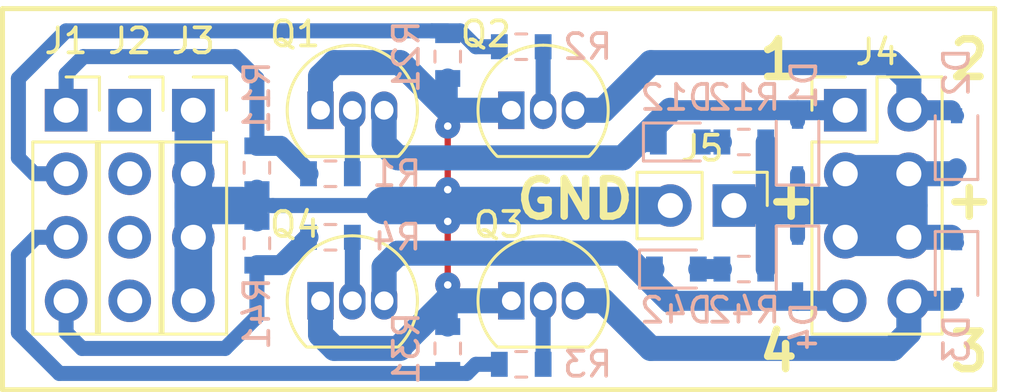
<source format=kicad_pcb>
(kicad_pcb (version 20171130) (host pcbnew 5.0.0-rc2-dev-unknown-e0e0687~62~)

  (general
    (thickness 1.6)
    (drawings 11)
    (tracks 124)
    (zones 0)
    (modules 25)
    (nets 21)
  )

  (page A4)
  (title_block
    (title "RAMPS Fan extender")
  )

  (layers
    (0 F.Cu signal)
    (31 B.Cu signal)
    (32 B.Adhes user)
    (33 F.Adhes user)
    (34 B.Paste user)
    (35 F.Paste user)
    (36 B.SilkS user hide)
    (37 F.SilkS user)
    (38 B.Mask user)
    (39 F.Mask user)
    (40 Dwgs.User user)
    (41 Cmts.User user)
    (42 Eco1.User user)
    (43 Eco2.User user)
    (44 Edge.Cuts user)
    (45 Margin user)
    (46 B.CrtYd user)
    (47 F.CrtYd user)
    (48 B.Fab user hide)
    (49 F.Fab user hide)
  )

  (setup
    (last_trace_width 0.25)
    (user_trace_width 0.6)
    (user_trace_width 0.8)
    (user_trace_width 1)
    (user_trace_width 1.5)
    (trace_clearance 0.2)
    (zone_clearance 0.508)
    (zone_45_only no)
    (trace_min 0.2)
    (segment_width 0.2)
    (edge_width 0.1)
    (via_size 0.8)
    (via_drill 0.4)
    (via_min_size 0.4)
    (via_min_drill 0.3)
    (user_via 1 0.3)
    (uvia_size 0.3)
    (uvia_drill 0.1)
    (uvias_allowed no)
    (uvia_min_size 0.2)
    (uvia_min_drill 0.1)
    (pcb_text_width 0.3)
    (pcb_text_size 1.5 1.5)
    (mod_edge_width 0.15)
    (mod_text_size 1 1)
    (mod_text_width 0.15)
    (pad_size 1.5 1.5)
    (pad_drill 0.6)
    (pad_to_mask_clearance 0)
    (aux_axis_origin 0 0)
    (visible_elements FFFFFF7F)
    (pcbplotparams
      (layerselection 0x010fc_ffffffff)
      (usegerberextensions false)
      (usegerberattributes false)
      (usegerberadvancedattributes false)
      (creategerberjobfile false)
      (excludeedgelayer true)
      (linewidth 0.100000)
      (plotframeref false)
      (viasonmask false)
      (mode 1)
      (useauxorigin false)
      (hpglpennumber 1)
      (hpglpenspeed 20)
      (hpglpendiameter 15)
      (psnegative false)
      (psa4output false)
      (plotreference true)
      (plotvalue true)
      (plotinvisibletext false)
      (padsonsilk false)
      (subtractmaskfromsilk false)
      (outputformat 1)
      (mirror false)
      (drillshape 1)
      (scaleselection 1)
      (outputdirectory ""))
  )

  (net 0 "")
  (net 1 +12V)
  (net 2 /FAN1_OUT)
  (net 3 /FAN2_OUT)
  (net 4 /FAN3_OUT)
  (net 5 /FAN4_OUT)
  (net 6 /FAN1_PWM)
  (net 7 /FAN2_PWM)
  (net 8 /FAN3_PWM)
  (net 9 /FAN4_PWM)
  (net 10 "Net-(J2-Pad1)")
  (net 11 "Net-(J2-Pad2)")
  (net 12 "Net-(J2-Pad3)")
  (net 13 "Net-(J2-Pad4)")
  (net 14 GND)
  (net 15 "Net-(Q1-Pad2)")
  (net 16 "Net-(Q2-Pad2)")
  (net 17 "Net-(Q3-Pad2)")
  (net 18 "Net-(Q4-Pad2)")
  (net 19 "Net-(D12-Pad2)")
  (net 20 "Net-(D42-Pad2)")

  (net_class Default "This is the default net class."
    (clearance 0.2)
    (trace_width 0.25)
    (via_dia 0.8)
    (via_drill 0.4)
    (uvia_dia 0.3)
    (uvia_drill 0.1)
    (add_net +12V)
    (add_net /FAN1_OUT)
    (add_net /FAN1_PWM)
    (add_net /FAN2_OUT)
    (add_net /FAN2_PWM)
    (add_net /FAN3_OUT)
    (add_net /FAN3_PWM)
    (add_net /FAN4_OUT)
    (add_net /FAN4_PWM)
    (add_net GND)
    (add_net "Net-(D12-Pad2)")
    (add_net "Net-(D42-Pad2)")
    (add_net "Net-(J2-Pad1)")
    (add_net "Net-(J2-Pad2)")
    (add_net "Net-(J2-Pad3)")
    (add_net "Net-(J2-Pad4)")
    (add_net "Net-(Q1-Pad2)")
    (add_net "Net-(Q2-Pad2)")
    (add_net "Net-(Q3-Pad2)")
    (add_net "Net-(Q4-Pad2)")
  )

  (net_class My ""
    (clearance 0.25)
    (trace_width 1)
    (via_dia 0.8)
    (via_drill 0.4)
    (uvia_dia 0.3)
    (uvia_drill 0.1)
  )

  (module Diode_SMD:D_SOD-323 (layer B.Cu) (tedit 58641739) (tstamp 5AE1E99A)
    (at 143.51 64.99 90)
    (descr SOD-323)
    (tags SOD-323)
    (path /5ABEACCE)
    (attr smd)
    (fp_text reference D1 (at 2.506 0.254 90) (layer B.SilkS)
      (effects (font (size 1 1) (thickness 0.15)) (justify mirror))
    )
    (fp_text value 1N4148WS (at 0.1 -1.9 90) (layer B.Fab)
      (effects (font (size 1 1) (thickness 0.15)) (justify mirror))
    )
    (fp_text user %R (at 0 1.85 90) (layer B.Fab)
      (effects (font (size 1 1) (thickness 0.15)) (justify mirror))
    )
    (fp_line (start -1.5 0.85) (end -1.5 -0.85) (layer B.SilkS) (width 0.12))
    (fp_line (start 0.2 0) (end 0.45 0) (layer B.Fab) (width 0.1))
    (fp_line (start 0.2 -0.35) (end -0.3 0) (layer B.Fab) (width 0.1))
    (fp_line (start 0.2 0.35) (end 0.2 -0.35) (layer B.Fab) (width 0.1))
    (fp_line (start -0.3 0) (end 0.2 0.35) (layer B.Fab) (width 0.1))
    (fp_line (start -0.3 0) (end -0.5 0) (layer B.Fab) (width 0.1))
    (fp_line (start -0.3 0.35) (end -0.3 -0.35) (layer B.Fab) (width 0.1))
    (fp_line (start -0.9 -0.7) (end -0.9 0.7) (layer B.Fab) (width 0.1))
    (fp_line (start 0.9 -0.7) (end -0.9 -0.7) (layer B.Fab) (width 0.1))
    (fp_line (start 0.9 0.7) (end 0.9 -0.7) (layer B.Fab) (width 0.1))
    (fp_line (start -0.9 0.7) (end 0.9 0.7) (layer B.Fab) (width 0.1))
    (fp_line (start -1.6 0.95) (end 1.6 0.95) (layer B.CrtYd) (width 0.05))
    (fp_line (start 1.6 0.95) (end 1.6 -0.95) (layer B.CrtYd) (width 0.05))
    (fp_line (start -1.6 -0.95) (end 1.6 -0.95) (layer B.CrtYd) (width 0.05))
    (fp_line (start -1.6 0.95) (end -1.6 -0.95) (layer B.CrtYd) (width 0.05))
    (fp_line (start -1.5 -0.85) (end 1.05 -0.85) (layer B.SilkS) (width 0.12))
    (fp_line (start -1.5 0.85) (end 1.05 0.85) (layer B.SilkS) (width 0.12))
    (pad 1 smd rect (at -1.05 0 90) (size 0.6 0.45) (layers B.Cu B.Paste B.Mask)
      (net 1 +12V))
    (pad 2 smd rect (at 1.05 0 90) (size 0.6 0.45) (layers B.Cu B.Paste B.Mask)
      (net 2 /FAN1_OUT))
    (model ${KISYS3DMOD}/Diode_SMD.3dshapes/D_SOD-323.wrl
      (at (xyz 0 0 0))
      (scale (xyz 1 1 1))
      (rotate (xyz 0 0 0))
    )
  )

  (module Diode_SMD:D_SOD-323 (layer B.Cu) (tedit 58641739) (tstamp 5AE1C55A)
    (at 149.86 64.77 90)
    (descr SOD-323)
    (tags SOD-323)
    (path /5ABEB36B)
    (attr smd)
    (fp_text reference D2 (at 2.794 0 90) (layer B.SilkS)
      (effects (font (size 1 1) (thickness 0.15)) (justify mirror))
    )
    (fp_text value 1N4148WS (at 0.1 -1.9 90) (layer B.Fab)
      (effects (font (size 1 1) (thickness 0.15)) (justify mirror))
    )
    (fp_line (start -1.5 0.85) (end 1.05 0.85) (layer B.SilkS) (width 0.12))
    (fp_line (start -1.5 -0.85) (end 1.05 -0.85) (layer B.SilkS) (width 0.12))
    (fp_line (start -1.6 0.95) (end -1.6 -0.95) (layer B.CrtYd) (width 0.05))
    (fp_line (start -1.6 -0.95) (end 1.6 -0.95) (layer B.CrtYd) (width 0.05))
    (fp_line (start 1.6 0.95) (end 1.6 -0.95) (layer B.CrtYd) (width 0.05))
    (fp_line (start -1.6 0.95) (end 1.6 0.95) (layer B.CrtYd) (width 0.05))
    (fp_line (start -0.9 0.7) (end 0.9 0.7) (layer B.Fab) (width 0.1))
    (fp_line (start 0.9 0.7) (end 0.9 -0.7) (layer B.Fab) (width 0.1))
    (fp_line (start 0.9 -0.7) (end -0.9 -0.7) (layer B.Fab) (width 0.1))
    (fp_line (start -0.9 -0.7) (end -0.9 0.7) (layer B.Fab) (width 0.1))
    (fp_line (start -0.3 0.35) (end -0.3 -0.35) (layer B.Fab) (width 0.1))
    (fp_line (start -0.3 0) (end -0.5 0) (layer B.Fab) (width 0.1))
    (fp_line (start -0.3 0) (end 0.2 0.35) (layer B.Fab) (width 0.1))
    (fp_line (start 0.2 0.35) (end 0.2 -0.35) (layer B.Fab) (width 0.1))
    (fp_line (start 0.2 -0.35) (end -0.3 0) (layer B.Fab) (width 0.1))
    (fp_line (start 0.2 0) (end 0.45 0) (layer B.Fab) (width 0.1))
    (fp_line (start -1.5 0.85) (end -1.5 -0.85) (layer B.SilkS) (width 0.12))
    (fp_text user %R (at 0 1.85 90) (layer B.Fab)
      (effects (font (size 1 1) (thickness 0.15)) (justify mirror))
    )
    (pad 2 smd rect (at 1.05 0 90) (size 0.6 0.45) (layers B.Cu B.Paste B.Mask)
      (net 3 /FAN2_OUT))
    (pad 1 smd rect (at -1.05 0 90) (size 0.6 0.45) (layers B.Cu B.Paste B.Mask)
      (net 1 +12V))
    (model ${KISYS3DMOD}/Diode_SMD.3dshapes/D_SOD-323.wrl
      (at (xyz 0 0 0))
      (scale (xyz 1 1 1))
      (rotate (xyz 0 0 0))
    )
  )

  (module Diode_SMD:D_SOD-323 (layer B.Cu) (tedit 58641739) (tstamp 5AE1C572)
    (at 149.86 69.85 270)
    (descr SOD-323)
    (tags SOD-323)
    (path /5ABF041F)
    (attr smd)
    (fp_text reference D3 (at 2.794 0 270) (layer B.SilkS)
      (effects (font (size 1 1) (thickness 0.15)) (justify mirror))
    )
    (fp_text value 1N4148WS (at 0.1 -1.9 270) (layer B.Fab)
      (effects (font (size 1 1) (thickness 0.15)) (justify mirror))
    )
    (fp_text user %R (at 0 1.85 270) (layer B.Fab)
      (effects (font (size 1 1) (thickness 0.15)) (justify mirror))
    )
    (fp_line (start -1.5 0.85) (end -1.5 -0.85) (layer B.SilkS) (width 0.12))
    (fp_line (start 0.2 0) (end 0.45 0) (layer B.Fab) (width 0.1))
    (fp_line (start 0.2 -0.35) (end -0.3 0) (layer B.Fab) (width 0.1))
    (fp_line (start 0.2 0.35) (end 0.2 -0.35) (layer B.Fab) (width 0.1))
    (fp_line (start -0.3 0) (end 0.2 0.35) (layer B.Fab) (width 0.1))
    (fp_line (start -0.3 0) (end -0.5 0) (layer B.Fab) (width 0.1))
    (fp_line (start -0.3 0.35) (end -0.3 -0.35) (layer B.Fab) (width 0.1))
    (fp_line (start -0.9 -0.7) (end -0.9 0.7) (layer B.Fab) (width 0.1))
    (fp_line (start 0.9 -0.7) (end -0.9 -0.7) (layer B.Fab) (width 0.1))
    (fp_line (start 0.9 0.7) (end 0.9 -0.7) (layer B.Fab) (width 0.1))
    (fp_line (start -0.9 0.7) (end 0.9 0.7) (layer B.Fab) (width 0.1))
    (fp_line (start -1.6 0.95) (end 1.6 0.95) (layer B.CrtYd) (width 0.05))
    (fp_line (start 1.6 0.95) (end 1.6 -0.95) (layer B.CrtYd) (width 0.05))
    (fp_line (start -1.6 -0.95) (end 1.6 -0.95) (layer B.CrtYd) (width 0.05))
    (fp_line (start -1.6 0.95) (end -1.6 -0.95) (layer B.CrtYd) (width 0.05))
    (fp_line (start -1.5 -0.85) (end 1.05 -0.85) (layer B.SilkS) (width 0.12))
    (fp_line (start -1.5 0.85) (end 1.05 0.85) (layer B.SilkS) (width 0.12))
    (pad 1 smd rect (at -1.05 0 270) (size 0.6 0.45) (layers B.Cu B.Paste B.Mask)
      (net 1 +12V))
    (pad 2 smd rect (at 1.05 0 270) (size 0.6 0.45) (layers B.Cu B.Paste B.Mask)
      (net 4 /FAN3_OUT))
    (model ${KISYS3DMOD}/Diode_SMD.3dshapes/D_SOD-323.wrl
      (at (xyz 0 0 0))
      (scale (xyz 1 1 1))
      (rotate (xyz 0 0 0))
    )
  )

  (module Diode_SMD:D_SOD-323 (layer B.Cu) (tedit 5ABFB62A) (tstamp 5AE1C58A)
    (at 143.51 69.63 270)
    (descr SOD-323)
    (tags SOD-323)
    (path /5ABF0426)
    (attr smd)
    (fp_text reference D4 (at 2.506 -0.254 270) (layer B.SilkS)
      (effects (font (size 1 1) (thickness 0.15)) (justify mirror))
    )
    (fp_text value 1N4148WS (at 0.1 -1.9 270) (layer B.Fab)
      (effects (font (size 1 1) (thickness 0.15)) (justify mirror))
    )
    (fp_line (start -1.5 0.85) (end 1.05 0.85) (layer B.SilkS) (width 0.12))
    (fp_line (start -1.5 -0.85) (end 1.05 -0.85) (layer B.SilkS) (width 0.12))
    (fp_line (start -1.6 0.95) (end -1.6 -0.95) (layer B.CrtYd) (width 0.05))
    (fp_line (start -1.6 -0.95) (end 1.6 -0.95) (layer B.CrtYd) (width 0.05))
    (fp_line (start 1.6 0.95) (end 1.6 -0.95) (layer B.CrtYd) (width 0.05))
    (fp_line (start -1.6 0.95) (end 1.6 0.95) (layer B.CrtYd) (width 0.05))
    (fp_line (start -0.9 0.7) (end 0.9 0.7) (layer B.Fab) (width 0.1))
    (fp_line (start 0.9 0.7) (end 0.9 -0.7) (layer B.Fab) (width 0.1))
    (fp_line (start 0.9 -0.7) (end -0.9 -0.7) (layer B.Fab) (width 0.1))
    (fp_line (start -0.9 -0.7) (end -0.9 0.7) (layer B.Fab) (width 0.1))
    (fp_line (start -0.3 0.35) (end -0.3 -0.35) (layer B.Fab) (width 0.1))
    (fp_line (start -0.3 0) (end -0.5 0) (layer B.Fab) (width 0.1))
    (fp_line (start -0.3 0) (end 0.2 0.35) (layer B.Fab) (width 0.1))
    (fp_line (start 0.2 0.35) (end 0.2 -0.35) (layer B.Fab) (width 0.1))
    (fp_line (start 0.2 -0.35) (end -0.3 0) (layer B.Fab) (width 0.1))
    (fp_line (start 0.2 0) (end 0.45 0) (layer B.Fab) (width 0.1))
    (fp_line (start -1.5 0.85) (end -1.5 -0.85) (layer B.SilkS) (width 0.12))
    (fp_text user %R (at 0 1.85 270) (layer B.Fab)
      (effects (font (size 1 1) (thickness 0.15)) (justify mirror))
    )
    (pad 2 smd rect (at 1.05 0 270) (size 0.6 0.45) (layers B.Cu B.Paste B.Mask)
      (net 5 /FAN4_OUT))
    (pad 1 smd rect (at -1.05 0 270) (size 0.6 0.45) (layers B.Cu B.Paste B.Mask)
      (net 1 +12V))
    (model ${KISYS3DMOD}/Diode_SMD.3dshapes/D_SOD-323.wrl
      (at (xyz 0 0 0))
      (scale (xyz 1 1 1))
      (rotate (xyz 0 0 0))
    )
  )

  (module Connector_PinSocket_2.54mm:PinSocket_1x04_P2.54mm_Vertical (layer F.Cu) (tedit 5A19A429) (tstamp 5AE1C5A2)
    (at 114.3 63.5)
    (descr "Through hole straight socket strip, 1x04, 2.54mm pitch, single row (from Kicad 4.0.7), script generated")
    (tags "Through hole socket strip THT 1x04 2.54mm single row")
    (path /5AAEDC51)
    (fp_text reference J1 (at 0 -2.77) (layer F.SilkS)
      (effects (font (size 1 1) (thickness 0.15)))
    )
    (fp_text value Conn_01 (at 0 10.39) (layer F.Fab)
      (effects (font (size 1 1) (thickness 0.15)))
    )
    (fp_line (start -1.27 -1.27) (end 0.635 -1.27) (layer F.Fab) (width 0.1))
    (fp_line (start 0.635 -1.27) (end 1.27 -0.635) (layer F.Fab) (width 0.1))
    (fp_line (start 1.27 -0.635) (end 1.27 8.89) (layer F.Fab) (width 0.1))
    (fp_line (start 1.27 8.89) (end -1.27 8.89) (layer F.Fab) (width 0.1))
    (fp_line (start -1.27 8.89) (end -1.27 -1.27) (layer F.Fab) (width 0.1))
    (fp_line (start -1.33 1.27) (end 1.33 1.27) (layer F.SilkS) (width 0.12))
    (fp_line (start -1.33 1.27) (end -1.33 8.95) (layer F.SilkS) (width 0.12))
    (fp_line (start -1.33 8.95) (end 1.33 8.95) (layer F.SilkS) (width 0.12))
    (fp_line (start 1.33 1.27) (end 1.33 8.95) (layer F.SilkS) (width 0.12))
    (fp_line (start 1.33 -1.33) (end 1.33 0) (layer F.SilkS) (width 0.12))
    (fp_line (start 0 -1.33) (end 1.33 -1.33) (layer F.SilkS) (width 0.12))
    (fp_line (start -1.8 -1.8) (end 1.75 -1.8) (layer F.CrtYd) (width 0.05))
    (fp_line (start 1.75 -1.8) (end 1.75 9.4) (layer F.CrtYd) (width 0.05))
    (fp_line (start 1.75 9.4) (end -1.8 9.4) (layer F.CrtYd) (width 0.05))
    (fp_line (start -1.8 9.4) (end -1.8 -1.8) (layer F.CrtYd) (width 0.05))
    (fp_text user %R (at 0 3.81 90) (layer F.Fab)
      (effects (font (size 1 1) (thickness 0.15)))
    )
    (pad 1 thru_hole rect (at 0 0) (size 1.7 1.7) (drill 1) (layers *.Cu *.Mask)
      (net 6 /FAN1_PWM))
    (pad 2 thru_hole oval (at 0 2.54) (size 1.7 1.7) (drill 1) (layers *.Cu *.Mask)
      (net 7 /FAN2_PWM))
    (pad 3 thru_hole oval (at 0 5.08) (size 1.7 1.7) (drill 1) (layers *.Cu *.Mask)
      (net 8 /FAN3_PWM))
    (pad 4 thru_hole oval (at 0 7.62) (size 1.7 1.7) (drill 1) (layers *.Cu *.Mask)
      (net 9 /FAN4_PWM))
    (model ${KISYS3DMOD}/Connector_PinSocket_2.54mm.3dshapes/PinSocket_1x04_P2.54mm_Vertical.wrl
      (at (xyz 0 0 0))
      (scale (xyz 1 1 1))
      (rotate (xyz 0 0 0))
    )
  )

  (module Connector_PinSocket_2.54mm:PinSocket_1x04_P2.54mm_Vertical (layer F.Cu) (tedit 5A19A429) (tstamp 5AE1C5BA)
    (at 116.84 63.5)
    (descr "Through hole straight socket strip, 1x04, 2.54mm pitch, single row (from Kicad 4.0.7), script generated")
    (tags "Through hole socket strip THT 1x04 2.54mm single row")
    (path /5AAEDD15)
    (fp_text reference J2 (at 0 -2.77) (layer F.SilkS)
      (effects (font (size 1 1) (thickness 0.15)))
    )
    (fp_text value Conn_02 (at 0 10.39) (layer F.Fab)
      (effects (font (size 1 1) (thickness 0.15)))
    )
    (fp_line (start -1.27 -1.27) (end 0.635 -1.27) (layer F.Fab) (width 0.1))
    (fp_line (start 0.635 -1.27) (end 1.27 -0.635) (layer F.Fab) (width 0.1))
    (fp_line (start 1.27 -0.635) (end 1.27 8.89) (layer F.Fab) (width 0.1))
    (fp_line (start 1.27 8.89) (end -1.27 8.89) (layer F.Fab) (width 0.1))
    (fp_line (start -1.27 8.89) (end -1.27 -1.27) (layer F.Fab) (width 0.1))
    (fp_line (start -1.33 1.27) (end 1.33 1.27) (layer F.SilkS) (width 0.12))
    (fp_line (start -1.33 1.27) (end -1.33 8.95) (layer F.SilkS) (width 0.12))
    (fp_line (start -1.33 8.95) (end 1.33 8.95) (layer F.SilkS) (width 0.12))
    (fp_line (start 1.33 1.27) (end 1.33 8.95) (layer F.SilkS) (width 0.12))
    (fp_line (start 1.33 -1.33) (end 1.33 0) (layer F.SilkS) (width 0.12))
    (fp_line (start 0 -1.33) (end 1.33 -1.33) (layer F.SilkS) (width 0.12))
    (fp_line (start -1.8 -1.8) (end 1.75 -1.8) (layer F.CrtYd) (width 0.05))
    (fp_line (start 1.75 -1.8) (end 1.75 9.4) (layer F.CrtYd) (width 0.05))
    (fp_line (start 1.75 9.4) (end -1.8 9.4) (layer F.CrtYd) (width 0.05))
    (fp_line (start -1.8 9.4) (end -1.8 -1.8) (layer F.CrtYd) (width 0.05))
    (fp_text user %R (at 0 3.81 90) (layer F.Fab)
      (effects (font (size 1 1) (thickness 0.15)))
    )
    (pad 1 thru_hole rect (at 0 0) (size 1.7 1.7) (drill 1) (layers *.Cu *.Mask)
      (net 10 "Net-(J2-Pad1)"))
    (pad 2 thru_hole oval (at 0 2.54) (size 1.7 1.7) (drill 1) (layers *.Cu *.Mask)
      (net 11 "Net-(J2-Pad2)"))
    (pad 3 thru_hole oval (at 0 5.08) (size 1.7 1.7) (drill 1) (layers *.Cu *.Mask)
      (net 12 "Net-(J2-Pad3)"))
    (pad 4 thru_hole oval (at 0 7.62) (size 1.7 1.7) (drill 1) (layers *.Cu *.Mask)
      (net 13 "Net-(J2-Pad4)"))
    (model ${KISYS3DMOD}/Connector_PinSocket_2.54mm.3dshapes/PinSocket_1x04_P2.54mm_Vertical.wrl
      (at (xyz 0 0 0))
      (scale (xyz 1 1 1))
      (rotate (xyz 0 0 0))
    )
  )

  (module Connector_PinSocket_2.54mm:PinSocket_1x04_P2.54mm_Vertical (layer F.Cu) (tedit 5A19A429) (tstamp 5AE1C5D2)
    (at 119.38 63.5)
    (descr "Through hole straight socket strip, 1x04, 2.54mm pitch, single row (from Kicad 4.0.7), script generated")
    (tags "Through hole socket strip THT 1x04 2.54mm single row")
    (path /5AAEDD5D)
    (fp_text reference J3 (at 0 -2.77) (layer F.SilkS)
      (effects (font (size 1 1) (thickness 0.15)))
    )
    (fp_text value Conn_03 (at 0 10.39) (layer F.Fab)
      (effects (font (size 1 1) (thickness 0.15)))
    )
    (fp_text user %R (at 0 3.81 90) (layer F.Fab)
      (effects (font (size 1 1) (thickness 0.15)))
    )
    (fp_line (start -1.8 9.4) (end -1.8 -1.8) (layer F.CrtYd) (width 0.05))
    (fp_line (start 1.75 9.4) (end -1.8 9.4) (layer F.CrtYd) (width 0.05))
    (fp_line (start 1.75 -1.8) (end 1.75 9.4) (layer F.CrtYd) (width 0.05))
    (fp_line (start -1.8 -1.8) (end 1.75 -1.8) (layer F.CrtYd) (width 0.05))
    (fp_line (start 0 -1.33) (end 1.33 -1.33) (layer F.SilkS) (width 0.12))
    (fp_line (start 1.33 -1.33) (end 1.33 0) (layer F.SilkS) (width 0.12))
    (fp_line (start 1.33 1.27) (end 1.33 8.95) (layer F.SilkS) (width 0.12))
    (fp_line (start -1.33 8.95) (end 1.33 8.95) (layer F.SilkS) (width 0.12))
    (fp_line (start -1.33 1.27) (end -1.33 8.95) (layer F.SilkS) (width 0.12))
    (fp_line (start -1.33 1.27) (end 1.33 1.27) (layer F.SilkS) (width 0.12))
    (fp_line (start -1.27 8.89) (end -1.27 -1.27) (layer F.Fab) (width 0.1))
    (fp_line (start 1.27 8.89) (end -1.27 8.89) (layer F.Fab) (width 0.1))
    (fp_line (start 1.27 -0.635) (end 1.27 8.89) (layer F.Fab) (width 0.1))
    (fp_line (start 0.635 -1.27) (end 1.27 -0.635) (layer F.Fab) (width 0.1))
    (fp_line (start -1.27 -1.27) (end 0.635 -1.27) (layer F.Fab) (width 0.1))
    (pad 4 thru_hole oval (at 0 7.62) (size 1.7 1.7) (drill 1) (layers *.Cu *.Mask)
      (net 14 GND))
    (pad 3 thru_hole oval (at 0 5.08) (size 1.7 1.7) (drill 1) (layers *.Cu *.Mask)
      (net 14 GND))
    (pad 2 thru_hole oval (at 0 2.54) (size 1.7 1.7) (drill 1) (layers *.Cu *.Mask)
      (net 14 GND))
    (pad 1 thru_hole rect (at 0 0) (size 1.7 1.7) (drill 1) (layers *.Cu *.Mask)
      (net 14 GND))
    (model ${KISYS3DMOD}/Connector_PinSocket_2.54mm.3dshapes/PinSocket_1x04_P2.54mm_Vertical.wrl
      (at (xyz 0 0 0))
      (scale (xyz 1 1 1))
      (rotate (xyz 0 0 0))
    )
  )

  (module Connector_PinHeader_2.54mm:PinHeader_2x04_P2.54mm_Vertical (layer F.Cu) (tedit 59FED5CC) (tstamp 5AE1C5F0)
    (at 145.415 63.5)
    (descr "Through hole straight pin header, 2x04, 2.54mm pitch, double rows")
    (tags "Through hole pin header THT 2x04 2.54mm double row")
    (path /5AAEE169)
    (fp_text reference J4 (at 1.27 -2.33) (layer F.SilkS)
      (effects (font (size 1 1) (thickness 0.15)))
    )
    (fp_text value Conn_FANS (at 1.27 9.95) (layer F.Fab)
      (effects (font (size 1 1) (thickness 0.15)))
    )
    (fp_line (start 0 -1.27) (end 3.81 -1.27) (layer F.Fab) (width 0.1))
    (fp_line (start 3.81 -1.27) (end 3.81 8.89) (layer F.Fab) (width 0.1))
    (fp_line (start 3.81 8.89) (end -1.27 8.89) (layer F.Fab) (width 0.1))
    (fp_line (start -1.27 8.89) (end -1.27 0) (layer F.Fab) (width 0.1))
    (fp_line (start -1.27 0) (end 0 -1.27) (layer F.Fab) (width 0.1))
    (fp_line (start -1.33 8.95) (end 3.87 8.95) (layer F.SilkS) (width 0.12))
    (fp_line (start -1.33 1.27) (end -1.33 8.95) (layer F.SilkS) (width 0.12))
    (fp_line (start 3.87 -1.33) (end 3.87 8.95) (layer F.SilkS) (width 0.12))
    (fp_line (start -1.33 1.27) (end 1.27 1.27) (layer F.SilkS) (width 0.12))
    (fp_line (start 1.27 1.27) (end 1.27 -1.33) (layer F.SilkS) (width 0.12))
    (fp_line (start 1.27 -1.33) (end 3.87 -1.33) (layer F.SilkS) (width 0.12))
    (fp_line (start -1.33 0) (end -1.33 -1.33) (layer F.SilkS) (width 0.12))
    (fp_line (start -1.33 -1.33) (end 0 -1.33) (layer F.SilkS) (width 0.12))
    (fp_line (start -1.8 -1.8) (end -1.8 9.4) (layer F.CrtYd) (width 0.05))
    (fp_line (start -1.8 9.4) (end 4.35 9.4) (layer F.CrtYd) (width 0.05))
    (fp_line (start 4.35 9.4) (end 4.35 -1.8) (layer F.CrtYd) (width 0.05))
    (fp_line (start 4.35 -1.8) (end -1.8 -1.8) (layer F.CrtYd) (width 0.05))
    (fp_text user %R (at 1.27 3.81 90) (layer F.Fab)
      (effects (font (size 1 1) (thickness 0.15)))
    )
    (pad 1 thru_hole rect (at 0 0) (size 1.7 1.7) (drill 1) (layers *.Cu *.Mask)
      (net 2 /FAN1_OUT))
    (pad 2 thru_hole oval (at 2.54 0) (size 1.7 1.7) (drill 1) (layers *.Cu *.Mask)
      (net 3 /FAN2_OUT))
    (pad 3 thru_hole oval (at 0 2.54) (size 1.7 1.7) (drill 1) (layers *.Cu *.Mask)
      (net 1 +12V))
    (pad 4 thru_hole oval (at 2.54 2.54) (size 1.7 1.7) (drill 1) (layers *.Cu *.Mask)
      (net 1 +12V))
    (pad 5 thru_hole oval (at 0 5.08) (size 1.7 1.7) (drill 1) (layers *.Cu *.Mask)
      (net 1 +12V))
    (pad 6 thru_hole oval (at 2.54 5.08) (size 1.7 1.7) (drill 1) (layers *.Cu *.Mask)
      (net 1 +12V))
    (pad 7 thru_hole oval (at 0 7.62) (size 1.7 1.7) (drill 1) (layers *.Cu *.Mask)
      (net 5 /FAN4_OUT))
    (pad 8 thru_hole oval (at 2.54 7.62) (size 1.7 1.7) (drill 1) (layers *.Cu *.Mask)
      (net 4 /FAN3_OUT))
    (model ${KISYS3DMOD}/Connector_PinHeader_2.54mm.3dshapes/PinHeader_2x04_P2.54mm_Vertical.wrl
      (at (xyz 0 0 0))
      (scale (xyz 1 1 1))
      (rotate (xyz 0 0 0))
    )
  )

  (module Connector_PinHeader_2.54mm:PinHeader_1x02_P2.54mm_Vertical (layer F.Cu) (tedit 59FED5CC) (tstamp 5AE1C606)
    (at 140.97 67.31 270)
    (descr "Through hole straight pin header, 1x02, 2.54mm pitch, single row")
    (tags "Through hole pin header THT 1x02 2.54mm single row")
    (path /5AC055F9)
    (fp_text reference J5 (at -2.286 1.27) (layer F.SilkS)
      (effects (font (size 1 1) (thickness 0.15)))
    )
    (fp_text value Conn_01x02 (at 0 4.87 270) (layer F.Fab)
      (effects (font (size 1 1) (thickness 0.15)))
    )
    (fp_line (start -0.635 -1.27) (end 1.27 -1.27) (layer F.Fab) (width 0.1))
    (fp_line (start 1.27 -1.27) (end 1.27 3.81) (layer F.Fab) (width 0.1))
    (fp_line (start 1.27 3.81) (end -1.27 3.81) (layer F.Fab) (width 0.1))
    (fp_line (start -1.27 3.81) (end -1.27 -0.635) (layer F.Fab) (width 0.1))
    (fp_line (start -1.27 -0.635) (end -0.635 -1.27) (layer F.Fab) (width 0.1))
    (fp_line (start -1.33 3.87) (end 1.33 3.87) (layer F.SilkS) (width 0.12))
    (fp_line (start -1.33 1.27) (end -1.33 3.87) (layer F.SilkS) (width 0.12))
    (fp_line (start 1.33 1.27) (end 1.33 3.87) (layer F.SilkS) (width 0.12))
    (fp_line (start -1.33 1.27) (end 1.33 1.27) (layer F.SilkS) (width 0.12))
    (fp_line (start -1.33 0) (end -1.33 -1.33) (layer F.SilkS) (width 0.12))
    (fp_line (start -1.33 -1.33) (end 0 -1.33) (layer F.SilkS) (width 0.12))
    (fp_line (start -1.8 -1.8) (end -1.8 4.35) (layer F.CrtYd) (width 0.05))
    (fp_line (start -1.8 4.35) (end 1.8 4.35) (layer F.CrtYd) (width 0.05))
    (fp_line (start 1.8 4.35) (end 1.8 -1.8) (layer F.CrtYd) (width 0.05))
    (fp_line (start 1.8 -1.8) (end -1.8 -1.8) (layer F.CrtYd) (width 0.05))
    (fp_text user %R (at 0 1.27) (layer F.Fab)
      (effects (font (size 1 1) (thickness 0.15)))
    )
    (pad 1 thru_hole rect (at 0 0 270) (size 1.7 1.7) (drill 1) (layers *.Cu *.Mask)
      (net 1 +12V))
    (pad 2 thru_hole oval (at 0 2.54 270) (size 1.7 1.7) (drill 1) (layers *.Cu *.Mask)
      (net 14 GND))
    (model ${KISYS3DMOD}/Connector_PinHeader_2.54mm.3dshapes/PinHeader_1x02_P2.54mm_Vertical.wrl
      (at (xyz 0 0 0))
      (scale (xyz 1 1 1))
      (rotate (xyz 0 0 0))
    )
  )

  (module Package_TO_SOT_THT:TO-92_Inline (layer F.Cu) (tedit 5A1DD157) (tstamp 5AE1C618)
    (at 124.46 63.5)
    (descr "TO-92 leads in-line, narrow, oval pads, drill 0.75mm (see NXP sot054_po.pdf)")
    (tags "to-92 sc-43 sc-43a sot54 PA33 transistor")
    (path /5ABE77D9)
    (fp_text reference Q1 (at -1.016 -3.048) (layer F.SilkS)
      (effects (font (size 1 1) (thickness 0.15)))
    )
    (fp_text value 2N7000 (at 1.27 2.79) (layer F.Fab)
      (effects (font (size 1 1) (thickness 0.15)))
    )
    (fp_text user %R (at 1.27 -3.56) (layer F.Fab)
      (effects (font (size 1 1) (thickness 0.15)))
    )
    (fp_line (start -0.53 1.85) (end 3.07 1.85) (layer F.SilkS) (width 0.12))
    (fp_line (start -0.5 1.75) (end 3 1.75) (layer F.Fab) (width 0.1))
    (fp_line (start -1.46 -2.73) (end 4 -2.73) (layer F.CrtYd) (width 0.05))
    (fp_line (start -1.46 -2.73) (end -1.46 2.01) (layer F.CrtYd) (width 0.05))
    (fp_line (start 4 2.01) (end 4 -2.73) (layer F.CrtYd) (width 0.05))
    (fp_line (start 4 2.01) (end -1.46 2.01) (layer F.CrtYd) (width 0.05))
    (fp_arc (start 1.27 0) (end 1.27 -2.48) (angle 135) (layer F.Fab) (width 0.1))
    (fp_arc (start 1.27 0) (end 1.27 -2.6) (angle -135) (layer F.SilkS) (width 0.12))
    (fp_arc (start 1.27 0) (end 1.27 -2.48) (angle -135) (layer F.Fab) (width 0.1))
    (fp_arc (start 1.27 0) (end 1.27 -2.6) (angle 135) (layer F.SilkS) (width 0.12))
    (pad 2 thru_hole oval (at 1.27 0) (size 1.05 1.5) (drill 0.75) (layers *.Cu *.Mask)
      (net 15 "Net-(Q1-Pad2)"))
    (pad 3 thru_hole oval (at 2.54 0) (size 1.05 1.5) (drill 0.75) (layers *.Cu *.Mask)
      (net 2 /FAN1_OUT))
    (pad 1 thru_hole rect (at 0 0) (size 1.05 1.5) (drill 0.75) (layers *.Cu *.Mask)
      (net 14 GND))
    (model ${KISYS3DMOD}/Package_TO_SOT_THT.3dshapes/TO-92_Inline.wrl
      (at (xyz 0 0 0))
      (scale (xyz 1 1 1))
      (rotate (xyz 0 0 0))
    )
  )

  (module Package_TO_SOT_THT:TO-92_Inline (layer F.Cu) (tedit 5A1DD157) (tstamp 5AE1C62A)
    (at 132.08 63.5)
    (descr "TO-92 leads in-line, narrow, oval pads, drill 0.75mm (see NXP sot054_po.pdf)")
    (tags "to-92 sc-43 sc-43a sot54 PA33 transistor")
    (path /5ABE76A2)
    (fp_text reference Q2 (at -1.016 -3.048) (layer F.SilkS)
      (effects (font (size 1 1) (thickness 0.15)))
    )
    (fp_text value 2N7000 (at 1.27 2.79) (layer F.Fab)
      (effects (font (size 1 1) (thickness 0.15)))
    )
    (fp_arc (start 1.27 0) (end 1.27 -2.6) (angle 135) (layer F.SilkS) (width 0.12))
    (fp_arc (start 1.27 0) (end 1.27 -2.48) (angle -135) (layer F.Fab) (width 0.1))
    (fp_arc (start 1.27 0) (end 1.27 -2.6) (angle -135) (layer F.SilkS) (width 0.12))
    (fp_arc (start 1.27 0) (end 1.27 -2.48) (angle 135) (layer F.Fab) (width 0.1))
    (fp_line (start 4 2.01) (end -1.46 2.01) (layer F.CrtYd) (width 0.05))
    (fp_line (start 4 2.01) (end 4 -2.73) (layer F.CrtYd) (width 0.05))
    (fp_line (start -1.46 -2.73) (end -1.46 2.01) (layer F.CrtYd) (width 0.05))
    (fp_line (start -1.46 -2.73) (end 4 -2.73) (layer F.CrtYd) (width 0.05))
    (fp_line (start -0.5 1.75) (end 3 1.75) (layer F.Fab) (width 0.1))
    (fp_line (start -0.53 1.85) (end 3.07 1.85) (layer F.SilkS) (width 0.12))
    (fp_text user %R (at 1.27 -3.56) (layer F.Fab)
      (effects (font (size 1 1) (thickness 0.15)))
    )
    (pad 1 thru_hole rect (at 0 0) (size 1.05 1.5) (drill 0.75) (layers *.Cu *.Mask)
      (net 14 GND))
    (pad 3 thru_hole oval (at 2.54 0) (size 1.05 1.5) (drill 0.75) (layers *.Cu *.Mask)
      (net 3 /FAN2_OUT))
    (pad 2 thru_hole oval (at 1.27 0) (size 1.05 1.5) (drill 0.75) (layers *.Cu *.Mask)
      (net 16 "Net-(Q2-Pad2)"))
    (model ${KISYS3DMOD}/Package_TO_SOT_THT.3dshapes/TO-92_Inline.wrl
      (at (xyz 0 0 0))
      (scale (xyz 1 1 1))
      (rotate (xyz 0 0 0))
    )
  )

  (module Package_TO_SOT_THT:TO-92_Inline (layer F.Cu) (tedit 5A1DD157) (tstamp 5AE1C63C)
    (at 132.08 71.12)
    (descr "TO-92 leads in-line, narrow, oval pads, drill 0.75mm (see NXP sot054_po.pdf)")
    (tags "to-92 sc-43 sc-43a sot54 PA33 transistor")
    (path /5ABF03FD)
    (fp_text reference Q3 (at -0.508 -3.048) (layer F.SilkS)
      (effects (font (size 1 1) (thickness 0.15)))
    )
    (fp_text value 2N7000 (at 1.27 2.79) (layer F.Fab)
      (effects (font (size 1 1) (thickness 0.15)))
    )
    (fp_arc (start 1.27 0) (end 1.27 -2.6) (angle 135) (layer F.SilkS) (width 0.12))
    (fp_arc (start 1.27 0) (end 1.27 -2.48) (angle -135) (layer F.Fab) (width 0.1))
    (fp_arc (start 1.27 0) (end 1.27 -2.6) (angle -135) (layer F.SilkS) (width 0.12))
    (fp_arc (start 1.27 0) (end 1.27 -2.48) (angle 135) (layer F.Fab) (width 0.1))
    (fp_line (start 4 2.01) (end -1.46 2.01) (layer F.CrtYd) (width 0.05))
    (fp_line (start 4 2.01) (end 4 -2.73) (layer F.CrtYd) (width 0.05))
    (fp_line (start -1.46 -2.73) (end -1.46 2.01) (layer F.CrtYd) (width 0.05))
    (fp_line (start -1.46 -2.73) (end 4 -2.73) (layer F.CrtYd) (width 0.05))
    (fp_line (start -0.5 1.75) (end 3 1.75) (layer F.Fab) (width 0.1))
    (fp_line (start -0.53 1.85) (end 3.07 1.85) (layer F.SilkS) (width 0.12))
    (fp_text user %R (at 1.27 -3.56) (layer F.Fab)
      (effects (font (size 1 1) (thickness 0.15)))
    )
    (pad 1 thru_hole rect (at 0 0) (size 1.05 1.5) (drill 0.75) (layers *.Cu *.Mask)
      (net 14 GND))
    (pad 3 thru_hole oval (at 2.54 0) (size 1.05 1.5) (drill 0.75) (layers *.Cu *.Mask)
      (net 4 /FAN3_OUT))
    (pad 2 thru_hole oval (at 1.27 0) (size 1.05 1.5) (drill 0.75) (layers *.Cu *.Mask)
      (net 17 "Net-(Q3-Pad2)"))
    (model ${KISYS3DMOD}/Package_TO_SOT_THT.3dshapes/TO-92_Inline.wrl
      (at (xyz 0 0 0))
      (scale (xyz 1 1 1))
      (rotate (xyz 0 0 0))
    )
  )

  (module Package_TO_SOT_THT:TO-92_Inline (layer F.Cu) (tedit 5A1DD157) (tstamp 5AE1C64E)
    (at 124.46 71.12)
    (descr "TO-92 leads in-line, narrow, oval pads, drill 0.75mm (see NXP sot054_po.pdf)")
    (tags "to-92 sc-43 sc-43a sot54 PA33 transistor")
    (path /5ABF03F6)
    (fp_text reference Q4 (at -1.016 -3.048) (layer F.SilkS)
      (effects (font (size 1 1) (thickness 0.15)))
    )
    (fp_text value 2N7000 (at 1.27 2.79) (layer F.Fab)
      (effects (font (size 1 1) (thickness 0.15)))
    )
    (fp_text user %R (at 1.27 -3.56) (layer F.Fab)
      (effects (font (size 1 1) (thickness 0.15)))
    )
    (fp_line (start -0.53 1.85) (end 3.07 1.85) (layer F.SilkS) (width 0.12))
    (fp_line (start -0.5 1.75) (end 3 1.75) (layer F.Fab) (width 0.1))
    (fp_line (start -1.46 -2.73) (end 4 -2.73) (layer F.CrtYd) (width 0.05))
    (fp_line (start -1.46 -2.73) (end -1.46 2.01) (layer F.CrtYd) (width 0.05))
    (fp_line (start 4 2.01) (end 4 -2.73) (layer F.CrtYd) (width 0.05))
    (fp_line (start 4 2.01) (end -1.46 2.01) (layer F.CrtYd) (width 0.05))
    (fp_arc (start 1.27 0) (end 1.27 -2.48) (angle 135) (layer F.Fab) (width 0.1))
    (fp_arc (start 1.27 0) (end 1.27 -2.6) (angle -135) (layer F.SilkS) (width 0.12))
    (fp_arc (start 1.27 0) (end 1.27 -2.48) (angle -135) (layer F.Fab) (width 0.1))
    (fp_arc (start 1.27 0) (end 1.27 -2.6) (angle 135) (layer F.SilkS) (width 0.12))
    (pad 2 thru_hole oval (at 1.27 0) (size 1.05 1.5) (drill 0.75) (layers *.Cu *.Mask)
      (net 18 "Net-(Q4-Pad2)"))
    (pad 3 thru_hole oval (at 2.54 0) (size 1.05 1.5) (drill 0.75) (layers *.Cu *.Mask)
      (net 5 /FAN4_OUT))
    (pad 1 thru_hole rect (at 0 0) (size 1.05 1.5) (drill 0.75) (layers *.Cu *.Mask)
      (net 14 GND))
    (model ${KISYS3DMOD}/Package_TO_SOT_THT.3dshapes/TO-92_Inline.wrl
      (at (xyz 0 0 0))
      (scale (xyz 1 1 1))
      (rotate (xyz 0 0 0))
    )
  )

  (module Resistor_SMD:R_0603_1608Metric (layer B.Cu) (tedit 59FE48B8) (tstamp 5AE1EC33)
    (at 124.855 66.04 180)
    (descr "Resistor SMD 0603 (1608 Metric), square (rectangular) end terminal, IPC_7351 nominal, (Body size source: http://www.tortai-tech.com/upload/download/2011102023233369053.pdf), generated with kicad-footprint-generator")
    (tags resistor)
    (path /5AADB8FF)
    (attr smd)
    (fp_text reference R1 (at -2.653 0 180) (layer B.SilkS)
      (effects (font (size 1 1) (thickness 0.15)) (justify mirror))
    )
    (fp_text value 10R (at 0 -1.65 180) (layer B.Fab)
      (effects (font (size 1 1) (thickness 0.15)) (justify mirror))
    )
    (fp_text user %R (at 0 0 180) (layer B.Fab)
      (effects (font (size 0.5 0.5) (thickness 0.08)) (justify mirror))
    )
    (fp_line (start 1.46 -0.75) (end -1.46 -0.75) (layer B.CrtYd) (width 0.05))
    (fp_line (start 1.46 0.75) (end 1.46 -0.75) (layer B.CrtYd) (width 0.05))
    (fp_line (start -1.46 0.75) (end 1.46 0.75) (layer B.CrtYd) (width 0.05))
    (fp_line (start -1.46 -0.75) (end -1.46 0.75) (layer B.CrtYd) (width 0.05))
    (fp_line (start -0.22 -0.51) (end 0.22 -0.51) (layer B.SilkS) (width 0.12))
    (fp_line (start -0.22 0.51) (end 0.22 0.51) (layer B.SilkS) (width 0.12))
    (fp_line (start 0.8 -0.4) (end -0.8 -0.4) (layer B.Fab) (width 0.1))
    (fp_line (start 0.8 0.4) (end 0.8 -0.4) (layer B.Fab) (width 0.1))
    (fp_line (start -0.8 0.4) (end 0.8 0.4) (layer B.Fab) (width 0.1))
    (fp_line (start -0.8 -0.4) (end -0.8 0.4) (layer B.Fab) (width 0.1))
    (pad 2 smd rect (at 0.875 0 180) (size 0.67 1) (layers B.Cu B.Paste B.Mask)
      (net 6 /FAN1_PWM))
    (pad 1 smd rect (at -0.875 0 180) (size 0.67 1) (layers B.Cu B.Paste B.Mask)
      (net 15 "Net-(Q1-Pad2)"))
    (model ${KISYS3DMOD}/Resistor_SMD.3dshapes/R_0603_1608Metric.wrl
      (at (xyz 0 0 0))
      (scale (xyz 1 1 1))
      (rotate (xyz 0 0 0))
    )
  )

  (module Resistor_SMD:R_0603_1608Metric (layer B.Cu) (tedit 59FE48B8) (tstamp 5AE1C670)
    (at 132.475 60.96)
    (descr "Resistor SMD 0603 (1608 Metric), square (rectangular) end terminal, IPC_7351 nominal, (Body size source: http://www.tortai-tech.com/upload/download/2011102023233369053.pdf), generated with kicad-footprint-generator")
    (tags resistor)
    (path /5ABE9F65)
    (attr smd)
    (fp_text reference R2 (at 2.653 0) (layer B.SilkS)
      (effects (font (size 1 1) (thickness 0.15)) (justify mirror))
    )
    (fp_text value 10R (at 0 -1.65) (layer B.Fab)
      (effects (font (size 1 1) (thickness 0.15)) (justify mirror))
    )
    (fp_text user %R (at 0 0) (layer B.Fab)
      (effects (font (size 0.5 0.5) (thickness 0.08)) (justify mirror))
    )
    (fp_line (start 1.46 -0.75) (end -1.46 -0.75) (layer B.CrtYd) (width 0.05))
    (fp_line (start 1.46 0.75) (end 1.46 -0.75) (layer B.CrtYd) (width 0.05))
    (fp_line (start -1.46 0.75) (end 1.46 0.75) (layer B.CrtYd) (width 0.05))
    (fp_line (start -1.46 -0.75) (end -1.46 0.75) (layer B.CrtYd) (width 0.05))
    (fp_line (start -0.22 -0.51) (end 0.22 -0.51) (layer B.SilkS) (width 0.12))
    (fp_line (start -0.22 0.51) (end 0.22 0.51) (layer B.SilkS) (width 0.12))
    (fp_line (start 0.8 -0.4) (end -0.8 -0.4) (layer B.Fab) (width 0.1))
    (fp_line (start 0.8 0.4) (end 0.8 -0.4) (layer B.Fab) (width 0.1))
    (fp_line (start -0.8 0.4) (end 0.8 0.4) (layer B.Fab) (width 0.1))
    (fp_line (start -0.8 -0.4) (end -0.8 0.4) (layer B.Fab) (width 0.1))
    (pad 2 smd rect (at 0.875 0) (size 0.67 1) (layers B.Cu B.Paste B.Mask)
      (net 16 "Net-(Q2-Pad2)"))
    (pad 1 smd rect (at -0.875 0) (size 0.67 1) (layers B.Cu B.Paste B.Mask)
      (net 7 /FAN2_PWM))
    (model ${KISYS3DMOD}/Resistor_SMD.3dshapes/R_0603_1608Metric.wrl
      (at (xyz 0 0 0))
      (scale (xyz 1 1 1))
      (rotate (xyz 0 0 0))
    )
  )

  (module Resistor_SMD:R_0603_1608Metric (layer B.Cu) (tedit 59FE48B8) (tstamp 5AE1C681)
    (at 132.475 73.66 180)
    (descr "Resistor SMD 0603 (1608 Metric), square (rectangular) end terminal, IPC_7351 nominal, (Body size source: http://www.tortai-tech.com/upload/download/2011102023233369053.pdf), generated with kicad-footprint-generator")
    (tags resistor)
    (path /5ABF03E9)
    (attr smd)
    (fp_text reference R3 (at -2.653 0 180) (layer B.SilkS)
      (effects (font (size 1 1) (thickness 0.15)) (justify mirror))
    )
    (fp_text value 10R (at 0 -1.65 180) (layer B.Fab)
      (effects (font (size 1 1) (thickness 0.15)) (justify mirror))
    )
    (fp_text user %R (at 0 0 180) (layer B.Fab)
      (effects (font (size 0.5 0.5) (thickness 0.08)) (justify mirror))
    )
    (fp_line (start 1.46 -0.75) (end -1.46 -0.75) (layer B.CrtYd) (width 0.05))
    (fp_line (start 1.46 0.75) (end 1.46 -0.75) (layer B.CrtYd) (width 0.05))
    (fp_line (start -1.46 0.75) (end 1.46 0.75) (layer B.CrtYd) (width 0.05))
    (fp_line (start -1.46 -0.75) (end -1.46 0.75) (layer B.CrtYd) (width 0.05))
    (fp_line (start -0.22 -0.51) (end 0.22 -0.51) (layer B.SilkS) (width 0.12))
    (fp_line (start -0.22 0.51) (end 0.22 0.51) (layer B.SilkS) (width 0.12))
    (fp_line (start 0.8 -0.4) (end -0.8 -0.4) (layer B.Fab) (width 0.1))
    (fp_line (start 0.8 0.4) (end 0.8 -0.4) (layer B.Fab) (width 0.1))
    (fp_line (start -0.8 0.4) (end 0.8 0.4) (layer B.Fab) (width 0.1))
    (fp_line (start -0.8 -0.4) (end -0.8 0.4) (layer B.Fab) (width 0.1))
    (pad 2 smd rect (at 0.875 0 180) (size 0.67 1) (layers B.Cu B.Paste B.Mask)
      (net 8 /FAN3_PWM))
    (pad 1 smd rect (at -0.875 0 180) (size 0.67 1) (layers B.Cu B.Paste B.Mask)
      (net 17 "Net-(Q3-Pad2)"))
    (model ${KISYS3DMOD}/Resistor_SMD.3dshapes/R_0603_1608Metric.wrl
      (at (xyz 0 0 0))
      (scale (xyz 1 1 1))
      (rotate (xyz 0 0 0))
    )
  )

  (module Resistor_SMD:R_0603_1608Metric (layer B.Cu) (tedit 59FE48B8) (tstamp 5AE1E308)
    (at 124.855 68.58)
    (descr "Resistor SMD 0603 (1608 Metric), square (rectangular) end terminal, IPC_7351 nominal, (Body size source: http://www.tortai-tech.com/upload/download/2011102023233369053.pdf), generated with kicad-footprint-generator")
    (tags resistor)
    (path /5ABF0409)
    (attr smd)
    (fp_text reference R4 (at 2.653 0) (layer B.SilkS)
      (effects (font (size 1 1) (thickness 0.15)) (justify mirror))
    )
    (fp_text value 10R (at 0 -1.65) (layer B.Fab)
      (effects (font (size 1 1) (thickness 0.15)) (justify mirror))
    )
    (fp_line (start -0.8 -0.4) (end -0.8 0.4) (layer B.Fab) (width 0.1))
    (fp_line (start -0.8 0.4) (end 0.8 0.4) (layer B.Fab) (width 0.1))
    (fp_line (start 0.8 0.4) (end 0.8 -0.4) (layer B.Fab) (width 0.1))
    (fp_line (start 0.8 -0.4) (end -0.8 -0.4) (layer B.Fab) (width 0.1))
    (fp_line (start -0.22 0.51) (end 0.22 0.51) (layer B.SilkS) (width 0.12))
    (fp_line (start -0.22 -0.51) (end 0.22 -0.51) (layer B.SilkS) (width 0.12))
    (fp_line (start -1.46 -0.75) (end -1.46 0.75) (layer B.CrtYd) (width 0.05))
    (fp_line (start -1.46 0.75) (end 1.46 0.75) (layer B.CrtYd) (width 0.05))
    (fp_line (start 1.46 0.75) (end 1.46 -0.75) (layer B.CrtYd) (width 0.05))
    (fp_line (start 1.46 -0.75) (end -1.46 -0.75) (layer B.CrtYd) (width 0.05))
    (fp_text user %R (at 0 0) (layer B.Fab)
      (effects (font (size 0.5 0.5) (thickness 0.08)) (justify mirror))
    )
    (pad 1 smd rect (at -0.875 0) (size 0.67 1) (layers B.Cu B.Paste B.Mask)
      (net 9 /FAN4_PWM))
    (pad 2 smd rect (at 0.875 0) (size 0.67 1) (layers B.Cu B.Paste B.Mask)
      (net 18 "Net-(Q4-Pad2)"))
    (model ${KISYS3DMOD}/Resistor_SMD.3dshapes/R_0603_1608Metric.wrl
      (at (xyz 0 0 0))
      (scale (xyz 1 1 1))
      (rotate (xyz 0 0 0))
    )
  )

  (module Resistor_SMD:R_0603_1608Metric (layer B.Cu) (tedit 59FE48B8) (tstamp 5AE1C6A3)
    (at 121.92 65.8 90)
    (descr "Resistor SMD 0603 (1608 Metric), square (rectangular) end terminal, IPC_7351 nominal, (Body size source: http://www.tortai-tech.com/upload/download/2011102023233369053.pdf), generated with kicad-footprint-generator")
    (tags resistor)
    (path /5ABEA0C2)
    (attr smd)
    (fp_text reference R11 (at 2.808 0 90) (layer B.SilkS)
      (effects (font (size 1 1) (thickness 0.15)) (justify mirror))
    )
    (fp_text value 100K (at 0 -1.65 90) (layer B.Fab)
      (effects (font (size 1 1) (thickness 0.15)) (justify mirror))
    )
    (fp_line (start -0.8 -0.4) (end -0.8 0.4) (layer B.Fab) (width 0.1))
    (fp_line (start -0.8 0.4) (end 0.8 0.4) (layer B.Fab) (width 0.1))
    (fp_line (start 0.8 0.4) (end 0.8 -0.4) (layer B.Fab) (width 0.1))
    (fp_line (start 0.8 -0.4) (end -0.8 -0.4) (layer B.Fab) (width 0.1))
    (fp_line (start -0.22 0.51) (end 0.22 0.51) (layer B.SilkS) (width 0.12))
    (fp_line (start -0.22 -0.51) (end 0.22 -0.51) (layer B.SilkS) (width 0.12))
    (fp_line (start -1.46 -0.75) (end -1.46 0.75) (layer B.CrtYd) (width 0.05))
    (fp_line (start -1.46 0.75) (end 1.46 0.75) (layer B.CrtYd) (width 0.05))
    (fp_line (start 1.46 0.75) (end 1.46 -0.75) (layer B.CrtYd) (width 0.05))
    (fp_line (start 1.46 -0.75) (end -1.46 -0.75) (layer B.CrtYd) (width 0.05))
    (fp_text user %R (at 0 0 90) (layer B.Fab)
      (effects (font (size 0.5 0.5) (thickness 0.08)) (justify mirror))
    )
    (pad 1 smd rect (at -0.875 0 90) (size 0.67 1) (layers B.Cu B.Paste B.Mask)
      (net 14 GND))
    (pad 2 smd rect (at 0.875 0 90) (size 0.67 1) (layers B.Cu B.Paste B.Mask)
      (net 6 /FAN1_PWM))
    (model ${KISYS3DMOD}/Resistor_SMD.3dshapes/R_0603_1608Metric.wrl
      (at (xyz 0 0 0))
      (scale (xyz 1 1 1))
      (rotate (xyz 0 0 0))
    )
  )

  (module Resistor_SMD:R_0603_1608Metric (layer B.Cu) (tedit 59FE48B8) (tstamp 5AE1C6B4)
    (at 129.54 61.355 270)
    (descr "Resistor SMD 0603 (1608 Metric), square (rectangular) end terminal, IPC_7351 nominal, (Body size source: http://www.tortai-tech.com/upload/download/2011102023233369053.pdf), generated with kicad-footprint-generator")
    (tags resistor)
    (path /5ABEBC8A)
    (attr smd)
    (fp_text reference R21 (at 0 1.65 270) (layer B.SilkS)
      (effects (font (size 1 1) (thickness 0.15)) (justify mirror))
    )
    (fp_text value 100K (at 0 -1.65 270) (layer B.Fab)
      (effects (font (size 1 1) (thickness 0.15)) (justify mirror))
    )
    (fp_line (start -0.8 -0.4) (end -0.8 0.4) (layer B.Fab) (width 0.1))
    (fp_line (start -0.8 0.4) (end 0.8 0.4) (layer B.Fab) (width 0.1))
    (fp_line (start 0.8 0.4) (end 0.8 -0.4) (layer B.Fab) (width 0.1))
    (fp_line (start 0.8 -0.4) (end -0.8 -0.4) (layer B.Fab) (width 0.1))
    (fp_line (start -0.22 0.51) (end 0.22 0.51) (layer B.SilkS) (width 0.12))
    (fp_line (start -0.22 -0.51) (end 0.22 -0.51) (layer B.SilkS) (width 0.12))
    (fp_line (start -1.46 -0.75) (end -1.46 0.75) (layer B.CrtYd) (width 0.05))
    (fp_line (start -1.46 0.75) (end 1.46 0.75) (layer B.CrtYd) (width 0.05))
    (fp_line (start 1.46 0.75) (end 1.46 -0.75) (layer B.CrtYd) (width 0.05))
    (fp_line (start 1.46 -0.75) (end -1.46 -0.75) (layer B.CrtYd) (width 0.05))
    (fp_text user %R (at 0 0 270) (layer B.Fab)
      (effects (font (size 0.5 0.5) (thickness 0.08)) (justify mirror))
    )
    (pad 1 smd rect (at -0.875 0 270) (size 0.67 1) (layers B.Cu B.Paste B.Mask)
      (net 7 /FAN2_PWM))
    (pad 2 smd rect (at 0.875 0 270) (size 0.67 1) (layers B.Cu B.Paste B.Mask)
      (net 14 GND))
    (model ${KISYS3DMOD}/Resistor_SMD.3dshapes/R_0603_1608Metric.wrl
      (at (xyz 0 0 0))
      (scale (xyz 1 1 1))
      (rotate (xyz 0 0 0))
    )
  )

  (module Resistor_SMD:R_0603_1608Metric (layer B.Cu) (tedit 59FE48B8) (tstamp 5AE1C6C5)
    (at 129.54 73.025 270)
    (descr "Resistor SMD 0603 (1608 Metric), square (rectangular) end terminal, IPC_7351 nominal, (Body size source: http://www.tortai-tech.com/upload/download/2011102023233369053.pdf), generated with kicad-footprint-generator")
    (tags resistor)
    (path /5ABF0410)
    (attr smd)
    (fp_text reference R31 (at 0 1.65 270) (layer B.SilkS)
      (effects (font (size 1 1) (thickness 0.15)) (justify mirror))
    )
    (fp_text value 100K (at 0 -1.65 270) (layer B.Fab)
      (effects (font (size 1 1) (thickness 0.15)) (justify mirror))
    )
    (fp_text user %R (at 0 0 270) (layer B.Fab)
      (effects (font (size 0.5 0.5) (thickness 0.08)) (justify mirror))
    )
    (fp_line (start 1.46 -0.75) (end -1.46 -0.75) (layer B.CrtYd) (width 0.05))
    (fp_line (start 1.46 0.75) (end 1.46 -0.75) (layer B.CrtYd) (width 0.05))
    (fp_line (start -1.46 0.75) (end 1.46 0.75) (layer B.CrtYd) (width 0.05))
    (fp_line (start -1.46 -0.75) (end -1.46 0.75) (layer B.CrtYd) (width 0.05))
    (fp_line (start -0.22 -0.51) (end 0.22 -0.51) (layer B.SilkS) (width 0.12))
    (fp_line (start -0.22 0.51) (end 0.22 0.51) (layer B.SilkS) (width 0.12))
    (fp_line (start 0.8 -0.4) (end -0.8 -0.4) (layer B.Fab) (width 0.1))
    (fp_line (start 0.8 0.4) (end 0.8 -0.4) (layer B.Fab) (width 0.1))
    (fp_line (start -0.8 0.4) (end 0.8 0.4) (layer B.Fab) (width 0.1))
    (fp_line (start -0.8 -0.4) (end -0.8 0.4) (layer B.Fab) (width 0.1))
    (pad 2 smd rect (at 0.875 0 270) (size 0.67 1) (layers B.Cu B.Paste B.Mask)
      (net 8 /FAN3_PWM))
    (pad 1 smd rect (at -0.875 0 270) (size 0.67 1) (layers B.Cu B.Paste B.Mask)
      (net 14 GND))
    (model ${KISYS3DMOD}/Resistor_SMD.3dshapes/R_0603_1608Metric.wrl
      (at (xyz 0 0 0))
      (scale (xyz 1 1 1))
      (rotate (xyz 0 0 0))
    )
  )

  (module Resistor_SMD:R_0603_1608Metric (layer B.Cu) (tedit 59FE48B8) (tstamp 5AE1EB8F)
    (at 121.92 68.82 90)
    (descr "Resistor SMD 0603 (1608 Metric), square (rectangular) end terminal, IPC_7351 nominal, (Body size source: http://www.tortai-tech.com/upload/download/2011102023233369053.pdf), generated with kicad-footprint-generator")
    (tags resistor)
    (path /5ABF043D)
    (attr smd)
    (fp_text reference R41 (at -2.808 0 90) (layer B.SilkS)
      (effects (font (size 1 1) (thickness 0.15)) (justify mirror))
    )
    (fp_text value 100K (at 0 -1.65 90) (layer B.Fab)
      (effects (font (size 1 1) (thickness 0.15)) (justify mirror))
    )
    (fp_line (start -0.8 -0.4) (end -0.8 0.4) (layer B.Fab) (width 0.1))
    (fp_line (start -0.8 0.4) (end 0.8 0.4) (layer B.Fab) (width 0.1))
    (fp_line (start 0.8 0.4) (end 0.8 -0.4) (layer B.Fab) (width 0.1))
    (fp_line (start 0.8 -0.4) (end -0.8 -0.4) (layer B.Fab) (width 0.1))
    (fp_line (start -0.22 0.51) (end 0.22 0.51) (layer B.SilkS) (width 0.12))
    (fp_line (start -0.22 -0.51) (end 0.22 -0.51) (layer B.SilkS) (width 0.12))
    (fp_line (start -1.46 -0.75) (end -1.46 0.75) (layer B.CrtYd) (width 0.05))
    (fp_line (start -1.46 0.75) (end 1.46 0.75) (layer B.CrtYd) (width 0.05))
    (fp_line (start 1.46 0.75) (end 1.46 -0.75) (layer B.CrtYd) (width 0.05))
    (fp_line (start 1.46 -0.75) (end -1.46 -0.75) (layer B.CrtYd) (width 0.05))
    (fp_text user %R (at 0 0 90) (layer B.Fab)
      (effects (font (size 0.5 0.5) (thickness 0.08)) (justify mirror))
    )
    (pad 1 smd rect (at -0.875 0 90) (size 0.67 1) (layers B.Cu B.Paste B.Mask)
      (net 9 /FAN4_PWM))
    (pad 2 smd rect (at 0.875 0 90) (size 0.67 1) (layers B.Cu B.Paste B.Mask)
      (net 14 GND))
    (model ${KISYS3DMOD}/Resistor_SMD.3dshapes/R_0603_1608Metric.wrl
      (at (xyz 0 0 0))
      (scale (xyz 1 1 1))
      (rotate (xyz 0 0 0))
    )
  )

  (module Resistor_SMD:R_0603_1608Metric (layer B.Cu) (tedit 59FE48B8) (tstamp 5AE1F24A)
    (at 141.365 64.77)
    (descr "Resistor SMD 0603 (1608 Metric), square (rectangular) end terminal, IPC_7351 nominal, (Body size source: http://www.tortai-tech.com/upload/download/2011102023233369053.pdf), generated with kicad-footprint-generator")
    (tags resistor)
    (path /5AC18825)
    (attr smd)
    (fp_text reference R12 (at 0 -1.778) (layer B.SilkS)
      (effects (font (size 1 1) (thickness 0.15)) (justify mirror))
    )
    (fp_text value 2K (at 0 -1.65) (layer B.Fab)
      (effects (font (size 1 1) (thickness 0.15)) (justify mirror))
    )
    (fp_line (start -0.8 -0.4) (end -0.8 0.4) (layer B.Fab) (width 0.1))
    (fp_line (start -0.8 0.4) (end 0.8 0.4) (layer B.Fab) (width 0.1))
    (fp_line (start 0.8 0.4) (end 0.8 -0.4) (layer B.Fab) (width 0.1))
    (fp_line (start 0.8 -0.4) (end -0.8 -0.4) (layer B.Fab) (width 0.1))
    (fp_line (start -0.22 0.51) (end 0.22 0.51) (layer B.SilkS) (width 0.12))
    (fp_line (start -0.22 -0.51) (end 0.22 -0.51) (layer B.SilkS) (width 0.12))
    (fp_line (start -1.46 -0.75) (end -1.46 0.75) (layer B.CrtYd) (width 0.05))
    (fp_line (start -1.46 0.75) (end 1.46 0.75) (layer B.CrtYd) (width 0.05))
    (fp_line (start 1.46 0.75) (end 1.46 -0.75) (layer B.CrtYd) (width 0.05))
    (fp_line (start 1.46 -0.75) (end -1.46 -0.75) (layer B.CrtYd) (width 0.05))
    (fp_text user %R (at 0 0) (layer B.Fab)
      (effects (font (size 0.5 0.5) (thickness 0.08)) (justify mirror))
    )
    (pad 1 smd rect (at -0.875 0) (size 0.67 1) (layers B.Cu B.Paste B.Mask)
      (net 19 "Net-(D12-Pad2)"))
    (pad 2 smd rect (at 0.875 0) (size 0.67 1) (layers B.Cu B.Paste B.Mask)
      (net 1 +12V))
    (model ${KISYS3DMOD}/Resistor_SMD.3dshapes/R_0603_1608Metric.wrl
      (at (xyz 0 0 0))
      (scale (xyz 1 1 1))
      (rotate (xyz 0 0 0))
    )
  )

  (module Resistor_SMD:R_0603_1608Metric (layer B.Cu) (tedit 59FE48B8) (tstamp 5AED4165)
    (at 141.365 69.85)
    (descr "Resistor SMD 0603 (1608 Metric), square (rectangular) end terminal, IPC_7351 nominal, (Body size source: http://www.tortai-tech.com/upload/download/2011102023233369053.pdf), generated with kicad-footprint-generator")
    (tags resistor)
    (path /5AC0F981)
    (attr smd)
    (fp_text reference R42 (at 0 1.65) (layer B.SilkS)
      (effects (font (size 1 1) (thickness 0.15)) (justify mirror))
    )
    (fp_text value 2K (at 0 -1.65) (layer B.Fab)
      (effects (font (size 1 1) (thickness 0.15)) (justify mirror))
    )
    (fp_text user %R (at 0 0) (layer B.Fab)
      (effects (font (size 0.5 0.5) (thickness 0.08)) (justify mirror))
    )
    (fp_line (start 1.46 -0.75) (end -1.46 -0.75) (layer B.CrtYd) (width 0.05))
    (fp_line (start 1.46 0.75) (end 1.46 -0.75) (layer B.CrtYd) (width 0.05))
    (fp_line (start -1.46 0.75) (end 1.46 0.75) (layer B.CrtYd) (width 0.05))
    (fp_line (start -1.46 -0.75) (end -1.46 0.75) (layer B.CrtYd) (width 0.05))
    (fp_line (start -0.22 -0.51) (end 0.22 -0.51) (layer B.SilkS) (width 0.12))
    (fp_line (start -0.22 0.51) (end 0.22 0.51) (layer B.SilkS) (width 0.12))
    (fp_line (start 0.8 -0.4) (end -0.8 -0.4) (layer B.Fab) (width 0.1))
    (fp_line (start 0.8 0.4) (end 0.8 -0.4) (layer B.Fab) (width 0.1))
    (fp_line (start -0.8 0.4) (end 0.8 0.4) (layer B.Fab) (width 0.1))
    (fp_line (start -0.8 -0.4) (end -0.8 0.4) (layer B.Fab) (width 0.1))
    (pad 2 smd rect (at 0.875 0) (size 0.67 1) (layers B.Cu B.Paste B.Mask)
      (net 1 +12V))
    (pad 1 smd rect (at -0.875 0) (size 0.67 1) (layers B.Cu B.Paste B.Mask)
      (net 20 "Net-(D42-Pad2)"))
    (model ${KISYS3DMOD}/Resistor_SMD.3dshapes/R_0603_1608Metric.wrl
      (at (xyz 0 0 0))
      (scale (xyz 1 1 1))
      (rotate (xyz 0 0 0))
    )
  )

  (module LED_SMD:LED_0603_1608Metric (layer B.Cu) (tedit 5A00A67C) (tstamp 5AED40BF)
    (at 138.825 64.77)
    (descr "LED SMD 0603 (1608 Metric), square (rectangular) end terminal, IPC_7351 nominal, (Body size source: http://www.tortai-tech.com/upload/download/2011102023233369053.pdf), generated with kicad-footprint-generator")
    (tags diode)
    (path /5AC1881E)
    (attr smd)
    (fp_text reference D12 (at -0.141 -1.778) (layer B.SilkS)
      (effects (font (size 1 1) (thickness 0.15)) (justify mirror))
    )
    (fp_text value LED (at 0 -1.65) (layer B.Fab)
      (effects (font (size 1 1) (thickness 0.15)) (justify mirror))
    )
    (fp_line (start 0.8 0.4) (end -0.5 0.4) (layer B.Fab) (width 0.1))
    (fp_line (start -0.5 0.4) (end -0.8 0.1) (layer B.Fab) (width 0.1))
    (fp_line (start -0.8 0.1) (end -0.8 -0.4) (layer B.Fab) (width 0.1))
    (fp_line (start -0.8 -0.4) (end 0.8 -0.4) (layer B.Fab) (width 0.1))
    (fp_line (start 0.8 -0.4) (end 0.8 0.4) (layer B.Fab) (width 0.1))
    (fp_line (start 0.8 0.76) (end -1.47 0.76) (layer B.SilkS) (width 0.12))
    (fp_line (start -1.47 0.76) (end -1.47 -0.76) (layer B.SilkS) (width 0.12))
    (fp_line (start -1.47 -0.76) (end 0.8 -0.76) (layer B.SilkS) (width 0.12))
    (fp_line (start -1.46 -0.75) (end -1.46 0.75) (layer B.CrtYd) (width 0.05))
    (fp_line (start -1.46 0.75) (end 1.46 0.75) (layer B.CrtYd) (width 0.05))
    (fp_line (start 1.46 0.75) (end 1.46 -0.75) (layer B.CrtYd) (width 0.05))
    (fp_line (start 1.46 -0.75) (end -1.46 -0.75) (layer B.CrtYd) (width 0.05))
    (fp_text user %R (at 0 0) (layer B.Fab)
      (effects (font (size 0.5 0.5) (thickness 0.08)) (justify mirror))
    )
    (pad 1 smd rect (at -0.875 0) (size 0.67 1) (layers B.Cu B.Paste B.Mask)
      (net 2 /FAN1_OUT))
    (pad 2 smd rect (at 0.875 0) (size 0.67 1) (layers B.Cu B.Paste B.Mask)
      (net 19 "Net-(D12-Pad2)"))
    (model ${KISYS3DMOD}/LED_SMD.3dshapes/LED_0603_1608Metric.wrl
      (at (xyz 0 0 0))
      (scale (xyz 1 1 1))
      (rotate (xyz 0 0 0))
    )
  )

  (module LED_SMD:LED_0603_1608Metric (layer B.Cu) (tedit 5A00A67C) (tstamp 5AED3E15)
    (at 138.67 69.85)
    (descr "LED SMD 0603 (1608 Metric), square (rectangular) end terminal, IPC_7351 nominal, (Body size source: http://www.tortai-tech.com/upload/download/2011102023233369053.pdf), generated with kicad-footprint-generator")
    (tags diode)
    (path /5AC0F8D4)
    (attr smd)
    (fp_text reference D42 (at 0 1.65) (layer B.SilkS)
      (effects (font (size 1 1) (thickness 0.15)) (justify mirror))
    )
    (fp_text value LED (at 0 -1.65) (layer B.Fab)
      (effects (font (size 1 1) (thickness 0.15)) (justify mirror))
    )
    (fp_text user %R (at 0 0) (layer B.Fab)
      (effects (font (size 0.5 0.5) (thickness 0.08)) (justify mirror))
    )
    (fp_line (start 1.46 -0.75) (end -1.46 -0.75) (layer B.CrtYd) (width 0.05))
    (fp_line (start 1.46 0.75) (end 1.46 -0.75) (layer B.CrtYd) (width 0.05))
    (fp_line (start -1.46 0.75) (end 1.46 0.75) (layer B.CrtYd) (width 0.05))
    (fp_line (start -1.46 -0.75) (end -1.46 0.75) (layer B.CrtYd) (width 0.05))
    (fp_line (start -1.47 -0.76) (end 0.8 -0.76) (layer B.SilkS) (width 0.12))
    (fp_line (start -1.47 0.76) (end -1.47 -0.76) (layer B.SilkS) (width 0.12))
    (fp_line (start 0.8 0.76) (end -1.47 0.76) (layer B.SilkS) (width 0.12))
    (fp_line (start 0.8 -0.4) (end 0.8 0.4) (layer B.Fab) (width 0.1))
    (fp_line (start -0.8 -0.4) (end 0.8 -0.4) (layer B.Fab) (width 0.1))
    (fp_line (start -0.8 0.1) (end -0.8 -0.4) (layer B.Fab) (width 0.1))
    (fp_line (start -0.5 0.4) (end -0.8 0.1) (layer B.Fab) (width 0.1))
    (fp_line (start 0.8 0.4) (end -0.5 0.4) (layer B.Fab) (width 0.1))
    (pad 2 smd rect (at 0.875 0) (size 0.67 1) (layers B.Cu B.Paste B.Mask)
      (net 20 "Net-(D42-Pad2)"))
    (pad 1 smd rect (at -0.875 0) (size 0.67 1) (layers B.Cu B.Paste B.Mask)
      (net 5 /FAN4_OUT))
    (model ${KISYS3DMOD}/LED_SMD.3dshapes/LED_0603_1608Metric.wrl
      (at (xyz 0 0 0))
      (scale (xyz 1 1 1))
      (rotate (xyz 0 0 0))
    )
  )

  (gr_text GND (at 134.62 67.056) (layer F.SilkS)
    (effects (font (size 1.5 1.5) (thickness 0.3)))
  )
  (gr_text + (at 143.256 67.056) (layer F.SilkS)
    (effects (font (size 1.5 1.5) (thickness 0.3)))
  )
  (gr_text + (at 150.368 67.056) (layer F.SilkS)
    (effects (font (size 1.5 1.5) (thickness 0.3)))
  )
  (gr_text 3 (at 150.368 73.152) (layer F.SilkS)
    (effects (font (size 1.5 1.5) (thickness 0.3)))
  )
  (gr_text 4 (at 142.748 73.152) (layer F.SilkS)
    (effects (font (size 1.5 1.5) (thickness 0.3)))
  )
  (gr_text 2 (at 150.368 61.468) (layer F.SilkS)
    (effects (font (size 1.5 1.5) (thickness 0.3)))
  )
  (gr_text 1 (at 142.748 61.468) (layer F.SilkS)
    (effects (font (size 1.5 1.5) (thickness 0.3)))
  )
  (gr_line (start 111.76 74.676) (end 111.76 59.436) (layer F.SilkS) (width 0.2))
  (gr_line (start 151.384 59.436) (end 111.76 59.436) (layer F.SilkS) (width 0.2))
  (gr_line (start 151.384 74.676) (end 151.384 59.436) (layer F.SilkS) (width 0.2))
  (gr_line (start 111.76 74.676) (end 151.384 74.676) (layer F.SilkS) (width 0.2))

  (segment (start 129.54 67.945) (end 129.54 70.485) (width 0.25) (layer F.Cu) (net 0))
  (segment (start 129.54 64.135) (end 129.54 66.675) (width 0.25) (layer F.Cu) (net 0))
  (via (at 129.54 70.485) (size 1) (drill 0.3) (layers F.Cu B.Cu) (net 0))
  (via (at 129.54 64.135) (size 1) (drill 0.3) (layers F.Cu B.Cu) (net 0))
  (via (at 129.54 67.945) (size 1) (drill 0.3) (layers F.Cu B.Cu) (net 0))
  (via (at 129.54 66.675) (size 1) (drill 0.3) (layers F.Cu B.Cu) (net 0))
  (segment (start 144.145 67.31) (end 146.05 67.31) (width 1.5) (layer B.Cu) (net 1))
  (segment (start 146.05 67.31) (end 147.955 67.31) (width 1.5) (layer B.Cu) (net 1))
  (segment (start 147.955 66.04) (end 146.685 67.31) (width 0.25) (layer B.Cu) (net 1))
  (segment (start 146.685 67.31) (end 146.05 67.31) (width 0.25) (layer B.Cu) (net 1))
  (segment (start 147.955 66.04) (end 147.955 68.58) (width 1.5) (layer B.Cu) (net 1))
  (segment (start 140.97 67.31) (end 142.875 67.31) (width 1.5) (layer B.Cu) (net 1))
  (segment (start 142.24 66.675) (end 142.875 67.31) (width 0.25) (layer B.Cu) (net 1))
  (segment (start 142.875 67.31) (end 144.145 67.31) (width 1.5) (layer B.Cu) (net 1))
  (segment (start 142.24 64.77) (end 142.24 66.675) (width 0.25) (layer B.Cu) (net 1))
  (segment (start 143.51 66.04) (end 143.51 66.675) (width 0.25) (layer B.Cu) (net 1))
  (segment (start 143.51 66.675) (end 144.145 67.31) (width 0.25) (layer B.Cu) (net 1))
  (segment (start 142.24 69.85) (end 142.24 64.77) (width 0.8) (layer B.Cu) (net 1))
  (segment (start 149.86 65.82) (end 149.64 66.04) (width 0.8) (layer B.Cu) (net 1))
  (segment (start 147.955 68.58) (end 149.64 68.58) (width 1) (layer B.Cu) (net 1))
  (segment (start 147.955 66.04) (end 149.64 66.04) (width 1) (layer B.Cu) (net 1))
  (segment (start 143.51 66.04) (end 143.51 68.58) (width 0.6) (layer B.Cu) (net 1))
  (segment (start 149.64 68.58) (end 149.86 68.8) (width 0.6) (layer B.Cu) (net 1))
  (segment (start 145.415 68.58) (end 147.955 68.58) (width 1.5) (layer B.Cu) (net 1))
  (segment (start 147.955 66.04) (end 145.415 66.04) (width 1.5) (layer B.Cu) (net 1))
  (segment (start 137.795 64.77) (end 137.16 64.77) (width 0.8) (layer B.Cu) (net 2))
  (segment (start 145.415 63.5) (end 143.51 63.5) (width 0.8) (layer B.Cu) (net 2))
  (segment (start 143.51 63.5) (end 138.43 63.5) (width 0.8) (layer B.Cu) (net 2))
  (segment (start 143.51 63.94) (end 143.51 63.5) (width 0.6) (layer B.Cu) (net 2))
  (segment (start 138.43 63.5) (end 137.16 64.77) (width 1) (layer B.Cu) (net 2))
  (segment (start 137.16 64.77) (end 136.525 65.405) (width 1) (layer B.Cu) (net 2))
  (segment (start 136.525 65.405) (end 127.555 65.405) (width 1) (layer B.Cu) (net 2))
  (segment (start 127.555 65.405) (end 127 64.85) (width 1) (layer B.Cu) (net 2))
  (segment (start 127 64.85) (end 127 63.5) (width 1) (layer B.Cu) (net 2))
  (segment (start 147.252081 61.595) (end 137.65 61.595) (width 1) (layer B.Cu) (net 3))
  (segment (start 137.65 61.595) (end 135.745 63.5) (width 1) (layer B.Cu) (net 3))
  (segment (start 135.745 63.5) (end 134.62 63.5) (width 1) (layer B.Cu) (net 3))
  (segment (start 147.955 63.5) (end 147.955 62.297919) (width 1) (layer B.Cu) (net 3))
  (segment (start 147.955 62.297919) (end 147.252081 61.595) (width 1) (layer B.Cu) (net 3))
  (segment (start 147.955 63.5) (end 149.64 63.5) (width 0.8) (layer B.Cu) (net 3))
  (segment (start 149.64 63.5) (end 149.86 63.72) (width 0.6) (layer B.Cu) (net 3))
  (segment (start 137.65 73.025) (end 147.32 73.025) (width 1) (layer B.Cu) (net 4))
  (segment (start 147.32 73.025) (end 147.955 72.39) (width 1) (layer B.Cu) (net 4))
  (segment (start 134.62 71.12) (end 135.745 71.12) (width 1) (layer B.Cu) (net 4))
  (segment (start 135.745 71.12) (end 137.65 73.025) (width 1) (layer B.Cu) (net 4))
  (segment (start 147.955 71.12) (end 147.955 72.39) (width 1) (layer B.Cu) (net 4))
  (segment (start 147.955 71.12) (end 149.64 71.12) (width 0.8) (layer B.Cu) (net 4))
  (segment (start 149.64 71.12) (end 149.86 70.9) (width 0.6) (layer B.Cu) (net 4))
  (segment (start 144.145 71.12) (end 143.51 71.12) (width 0.8) (layer B.Cu) (net 5))
  (segment (start 143.51 71.12) (end 138.43 71.12) (width 0.8) (layer B.Cu) (net 5))
  (segment (start 143.51 70.68) (end 143.51 71.12) (width 0.25) (layer B.Cu) (net 5))
  (segment (start 145.415 71.12) (end 144.145 71.12) (width 0.8) (layer B.Cu) (net 5))
  (segment (start 138.43 71.12) (end 137.16 69.85) (width 1) (layer B.Cu) (net 5))
  (segment (start 137.16 69.85) (end 136.525 69.215) (width 1) (layer B.Cu) (net 5))
  (segment (start 137.795 69.85) (end 137.16 69.85) (width 0.8) (layer B.Cu) (net 5))
  (segment (start 127 69.77) (end 127 71.12) (width 1) (layer B.Cu) (net 5))
  (segment (start 136.525 69.215) (end 127.555 69.215) (width 1) (layer B.Cu) (net 5))
  (segment (start 127.555 69.215) (end 127 69.77) (width 1) (layer B.Cu) (net 5))
  (segment (start 121.92 62.23) (end 121.92 64.77) (width 0.6) (layer B.Cu) (net 6))
  (segment (start 121.045 61.355) (end 121.92 62.23) (width 0.6) (layer B.Cu) (net 6))
  (segment (start 114.995 61.355) (end 121.045 61.355) (width 0.6) (layer B.Cu) (net 6))
  (segment (start 114.3 62.05) (end 114.995 61.355) (width 0.6) (layer B.Cu) (net 6))
  (segment (start 114.3 63.5) (end 114.3 62.05) (width 0.6) (layer B.Cu) (net 6))
  (segment (start 121.92 64.925) (end 122.865 64.925) (width 0.8) (layer B.Cu) (net 6))
  (segment (start 122.865 64.925) (end 123.98 66.04) (width 0.8) (layer B.Cu) (net 6))
  (segment (start 114.3 60.325) (end 128.905 60.325) (width 0.6) (layer B.Cu) (net 7))
  (segment (start 128.905 60.325) (end 129.54 60.325) (width 0.6) (layer B.Cu) (net 7))
  (segment (start 130.03 60.325) (end 128.905 60.325) (width 0.6) (layer B.Cu) (net 7))
  (segment (start 131.6 60.96) (end 130.665 60.96) (width 0.6) (layer B.Cu) (net 7))
  (segment (start 130.665 60.96) (end 130.03 60.325) (width 0.6) (layer B.Cu) (net 7))
  (segment (start 114.3 66.04) (end 113.03 66.04) (width 0.6) (layer B.Cu) (net 7))
  (segment (start 113.03 66.04) (end 112.395 65.405) (width 0.6) (layer B.Cu) (net 7))
  (segment (start 112.395 65.405) (end 112.395 62.23) (width 0.6) (layer B.Cu) (net 7))
  (segment (start 112.395 62.23) (end 114.3 60.325) (width 0.6) (layer B.Cu) (net 7))
  (segment (start 130.299999 74.025001) (end 128.27 74.025001) (width 0.6) (layer B.Cu) (net 8))
  (segment (start 128.27 74.025001) (end 114.030001 74.025001) (width 0.6) (layer B.Cu) (net 8))
  (segment (start 129.54 73.9) (end 128.395001 73.9) (width 0.25) (layer B.Cu) (net 8))
  (segment (start 128.395001 73.9) (end 128.27 74.025001) (width 0.25) (layer B.Cu) (net 8))
  (segment (start 131.6 73.66) (end 130.665 73.66) (width 0.6) (layer B.Cu) (net 8))
  (segment (start 112.395 72.39) (end 112.395 69.282919) (width 0.6) (layer B.Cu) (net 8))
  (segment (start 130.665 73.66) (end 130.299999 74.025001) (width 0.6) (layer B.Cu) (net 8))
  (segment (start 112.395 69.282919) (end 113.097919 68.58) (width 0.6) (layer B.Cu) (net 8))
  (segment (start 114.030001 74.025001) (end 112.395 72.39) (width 0.6) (layer B.Cu) (net 8))
  (segment (start 113.097919 68.58) (end 114.3 68.58) (width 0.6) (layer B.Cu) (net 8))
  (segment (start 121.92 69.695) (end 122.865 69.695) (width 0.8) (layer B.Cu) (net 9))
  (segment (start 122.865 69.695) (end 123.98 68.58) (width 0.8) (layer B.Cu) (net 9))
  (segment (start 121.92 69.85) (end 121.92 71.755) (width 0.6) (layer B.Cu) (net 9))
  (segment (start 121.92 71.755) (end 120.65 73.025) (width 0.6) (layer B.Cu) (net 9))
  (segment (start 114.935 73.025) (end 114.3 72.39) (width 0.6) (layer B.Cu) (net 9))
  (segment (start 120.65 73.025) (end 114.935 73.025) (width 0.6) (layer B.Cu) (net 9))
  (segment (start 114.3 72.39) (end 114.3 71.12) (width 0.6) (layer B.Cu) (net 9))
  (segment (start 132.08 71.12) (end 129.47 71.12) (width 1) (layer B.Cu) (net 14))
  (segment (start 121.285 67.31) (end 122.555 67.31) (width 0.6) (layer B.Cu) (net 14))
  (segment (start 122.555 67.31) (end 128.27 67.31) (width 0.6) (layer B.Cu) (net 14))
  (segment (start 121.92 66.675) (end 122.555 67.31) (width 0.25) (layer B.Cu) (net 14))
  (segment (start 121.92 66.675) (end 121.92 67.945) (width 0.8) (layer B.Cu) (net 14))
  (segment (start 129.54 72.15) (end 129.54 71.19) (width 0.8) (layer B.Cu) (net 14))
  (segment (start 129.54 71.19) (end 129.47 71.12) (width 0.8) (layer B.Cu) (net 14))
  (segment (start 129.54 62.23) (end 129.54 63.5) (width 0.8) (layer B.Cu) (net 14))
  (segment (start 120.65 67.31) (end 121.285 67.31) (width 0.6) (layer B.Cu) (net 14))
  (segment (start 119.38 67.31) (end 121.285 67.31) (width 1.5) (layer B.Cu) (net 14))
  (segment (start 127 67.31) (end 138.43 67.31) (width 1.5) (layer B.Cu) (net 14))
  (segment (start 132.08 63.5) (end 129.54 63.5) (width 1) (layer B.Cu) (net 14))
  (segment (start 129.54 63.5) (end 128.115 62.075) (width 1) (layer B.Cu) (net 14))
  (segment (start 129.47 71.12) (end 128.44 72.15) (width 1) (layer B.Cu) (net 14))
  (segment (start 127.635 61.595) (end 125.015 61.595) (width 1) (layer B.Cu) (net 14))
  (segment (start 125.015 61.595) (end 124.46 62.15) (width 1) (layer B.Cu) (net 14))
  (segment (start 124.46 62.15) (end 124.46 63.5) (width 1) (layer B.Cu) (net 14))
  (segment (start 128.115 62.075) (end 127.635 61.595) (width 1) (layer B.Cu) (net 14))
  (segment (start 119.38 67.31) (end 119.38 68.58) (width 1.5) (layer B.Cu) (net 14))
  (segment (start 119.38 66.04) (end 119.38 67.31) (width 1.5) (layer B.Cu) (net 14))
  (segment (start 127.635 73.025) (end 127.635 72.955) (width 0.6) (layer B.Cu) (net 14))
  (segment (start 127.635 72.955) (end 128.44 72.15) (width 1) (layer B.Cu) (net 14))
  (segment (start 125.015 73.025) (end 127.635 73.025) (width 1) (layer B.Cu) (net 14))
  (segment (start 124.46 71.12) (end 124.46 72.47) (width 1) (layer B.Cu) (net 14))
  (segment (start 124.46 72.47) (end 125.015 73.025) (width 1) (layer B.Cu) (net 14))
  (segment (start 119.38 71.12) (end 119.38 68.58) (width 1.5) (layer B.Cu) (net 14))
  (segment (start 119.38 63.5) (end 119.38 66.04) (width 1.5) (layer B.Cu) (net 14))
  (segment (start 125.73 63.5) (end 125.73 66.04) (width 0.6) (layer B.Cu) (net 15))
  (segment (start 133.35 63.5) (end 133.35 60.96) (width 0.6) (layer B.Cu) (net 16))
  (segment (start 133.35 73.66) (end 133.35 71.12) (width 0.6) (layer B.Cu) (net 17))
  (segment (start 125.73 71.12) (end 125.73 68.58) (width 0.6) (layer B.Cu) (net 18))
  (segment (start 139.7 64.77) (end 140.49 64.77) (width 0.8) (layer B.Cu) (net 19))
  (segment (start 139.545 69.85) (end 140.49 69.85) (width 0.8) (layer B.Cu) (net 20))

)

</source>
